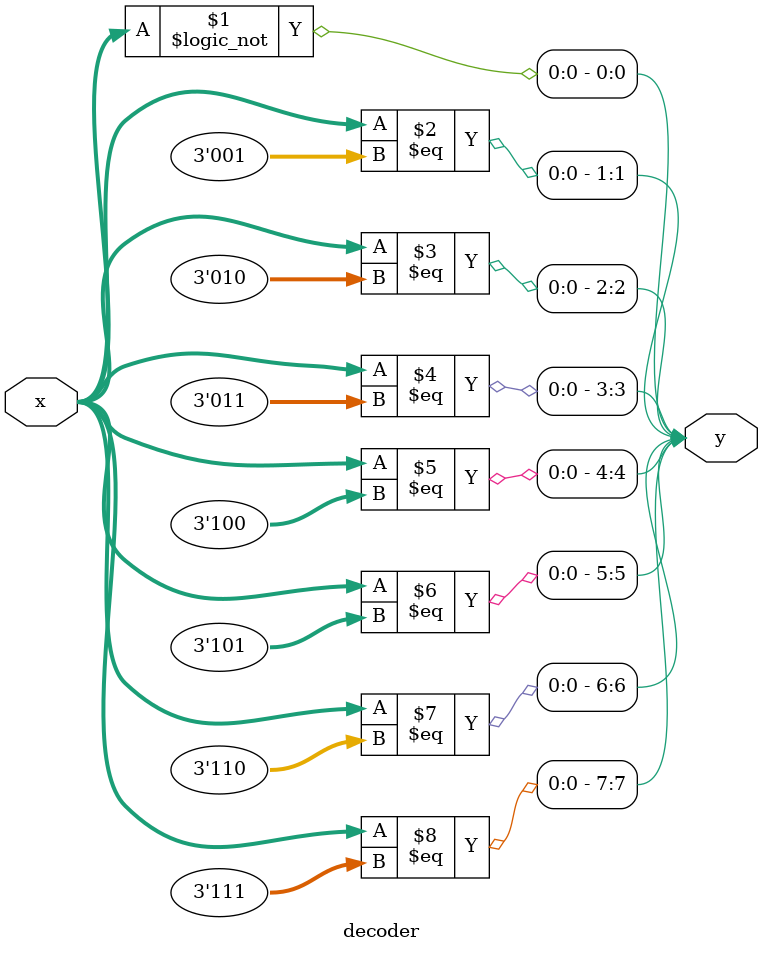
<source format=v>
`timescale 1ns / 1ps


module decoder(x,y);
    input   [2:0]x;
    output  [7:0]y;
    assign  y[0] = (x==3'b000);
    assign  y[1] = (x==3'b001);
    assign  y[2] = (x==3'b010);
    assign  y[3] = (x==3'b011);
    assign  y[4] = (x==3'b100);
    assign  y[5] = (x==3'b101);
    assign  y[6] = (x==3'b110);
    assign  y[7] = (x==3'b111);
endmodule

</source>
